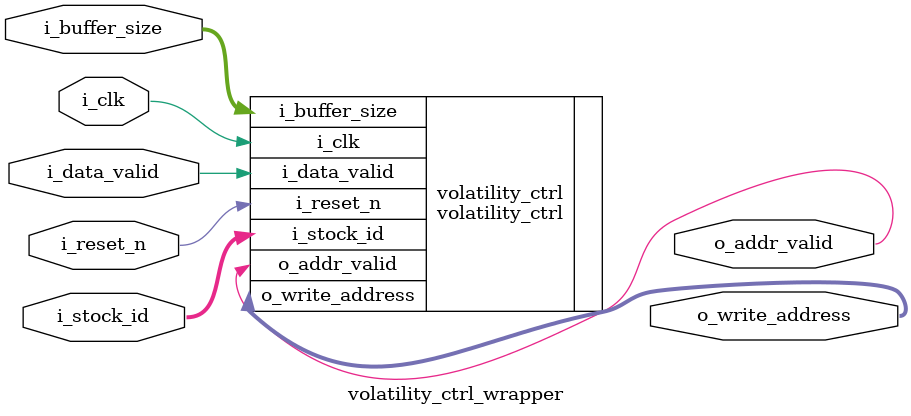
<source format=sv>
`include "../rtl/volatility_ctrl.sv"
`timescale 1ns/1ps
module volatility_ctrl_wrapper
#(
    parameter NUM_STOCKS = 4,
    parameter BUFFER_SIZE = 20,
    parameter DATA_WIDTH = 32
)
(
    input logic                                             i_clk,
    input logic                                             i_reset_n,
    input logic [$clog2(NUM_STOCKS) - 1 : 0]                i_stock_id,
    input logic                                             i_data_valid,
    input logic [DATA_WIDTH - 1 : 0]                        i_buffer_size,
    output logic [$clog2(NUM_STOCKS*BUFFER_SIZE) - 1 : 0]   o_write_address,
    output logic                                            o_addr_valid
);

    volatility_ctrl volatility_ctrl
    (
        .i_clk(i_clk),
        .i_reset_n(i_reset_n),
        .i_stock_id(i_stock_id),
        .i_data_valid(i_data_valid),
        .i_buffer_size(i_buffer_size),
        .o_write_address(o_write_address),
        .o_addr_valid(o_addr_valid)
    );

    initial
    begin
        $dumpfile("test.vcd");
        $dumpvars;
    end

endmodule
</source>
